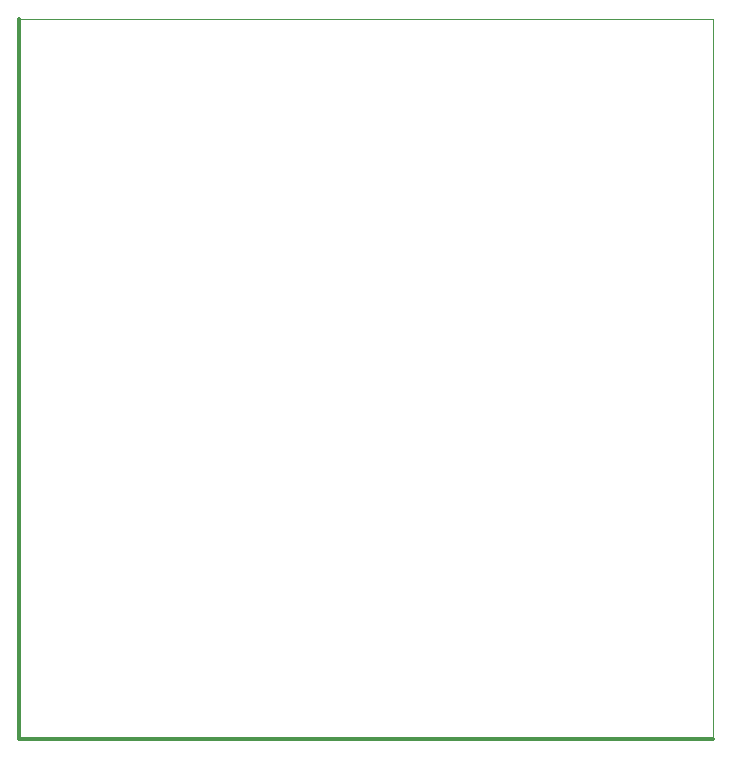
<source format=gbp>
G04 EAGLE Gerber RS-274X export*
G75*
%MOMM*%
%FSLAX34Y34*%
%LPD*%
%INSMD-Paste Unterseite*%
%IPPOS*%
%AMOC8*
5,1,8,0,0,1.08239X$1,22.5*%
G01*
%ADD10C,0.304800*%
%ADD11C,0.000000*%


D10*
X0Y0D02*
X587250Y0D01*
D11*
X587250Y609500D01*
X0Y609500D01*
D10*
X0Y0D01*
M02*

</source>
